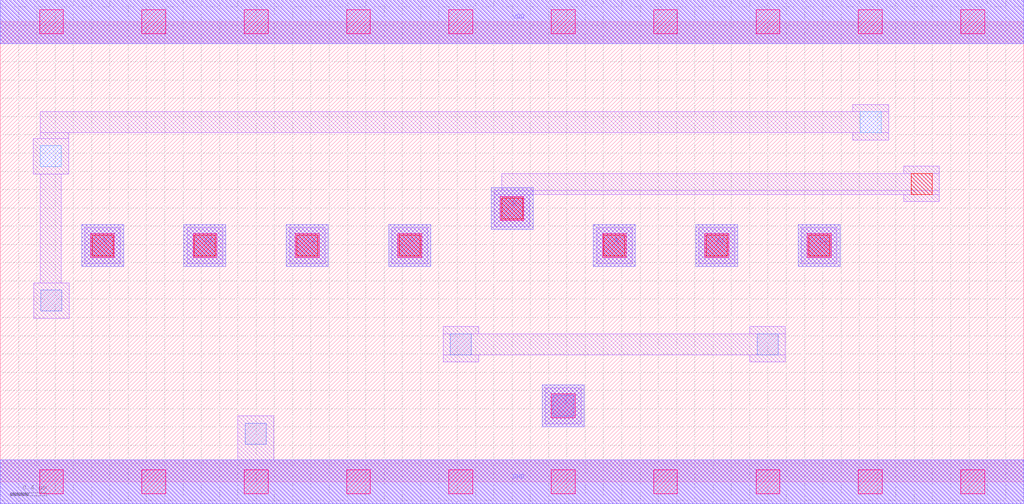
<source format=lef>
MACRO AAOAAOI2222
 CLASS CORE ;
 FOREIGN AAOAAOI2222 0 0 ;
 SIZE 11.200000000000001 BY 5.04 ;
 ORIGIN 0 0 ;
 SYMMETRY X Y R90 ;
 SITE unit ;
  PIN VDD
   DIRECTION INOUT ;
   USE POWER ;
   SHAPE ABUTMENT ;
    PORT
     CLASS CORE ;
       LAYER met1 ;
        RECT 0.00000000 4.80000000 11.20000000 5.28000000 ;
       LAYER met2 ;
        RECT 0.00000000 4.80000000 11.20000000 5.28000000 ;
    END
  END VDD

  PIN GND
   DIRECTION INOUT ;
   USE POWER ;
   SHAPE ABUTMENT ;
    PORT
     CLASS CORE ;
       LAYER met1 ;
        RECT 0.00000000 -0.24000000 11.20000000 0.24000000 ;
       LAYER met2 ;
        RECT 0.00000000 -0.24000000 11.20000000 0.24000000 ;
    END
  END GND

  PIN Y
   DIRECTION INOUT ;
   USE SIGNAL ;
   SHAPE ABUTMENT ;
    PORT
     CLASS CORE ;
       LAYER met2 ;
        RECT 5.93000000 0.60200000 6.39000000 1.06200000 ;
    END
  END Y

  PIN D
   DIRECTION INOUT ;
   USE SIGNAL ;
   SHAPE ABUTMENT ;
    PORT
     CLASS CORE ;
       LAYER met2 ;
        RECT 0.89000000 2.35700000 1.35000000 2.81700000 ;
    END
  END D

  PIN C
   DIRECTION INOUT ;
   USE SIGNAL ;
   SHAPE ABUTMENT ;
    PORT
     CLASS CORE ;
       LAYER met2 ;
        RECT 4.25000000 2.35700000 4.71000000 2.81700000 ;
    END
  END C

  PIN B1
   DIRECTION INOUT ;
   USE SIGNAL ;
   SHAPE ABUTMENT ;
    PORT
     CLASS CORE ;
       LAYER met2 ;
        RECT 8.73000000 2.35700000 9.19000000 2.81700000 ;
    END
  END B1

  PIN D1
   DIRECTION INOUT ;
   USE SIGNAL ;
   SHAPE ABUTMENT ;
    PORT
     CLASS CORE ;
       LAYER met2 ;
        RECT 2.01000000 2.35700000 2.47000000 2.81700000 ;
    END
  END D1

  PIN C1
   DIRECTION INOUT ;
   USE SIGNAL ;
   SHAPE ABUTMENT ;
    PORT
     CLASS CORE ;
       LAYER met2 ;
        RECT 3.13000000 2.35700000 3.59000000 2.81700000 ;
    END
  END C1

  PIN A1
   DIRECTION INOUT ;
   USE SIGNAL ;
   SHAPE ABUTMENT ;
    PORT
     CLASS CORE ;
       LAYER met2 ;
        RECT 7.61000000 2.35700000 8.07000000 2.81700000 ;
    END
  END A1

  PIN B
   DIRECTION INOUT ;
   USE SIGNAL ;
   SHAPE ABUTMENT ;
    PORT
     CLASS CORE ;
       LAYER met2 ;
        RECT 5.37000000 2.76200000 5.83000000 3.22200000 ;
    END
  END B

  PIN A
   DIRECTION INOUT ;
   USE SIGNAL ;
   SHAPE ABUTMENT ;
    PORT
     CLASS CORE ;
       LAYER met2 ;
        RECT 6.49000000 2.35700000 6.95000000 2.81700000 ;
    END
  END A

 OBS
    LAYER polycont ;
     RECT 1.00500000 2.47200000 1.23500000 2.70200000 ;
     RECT 2.12500000 2.47200000 2.35500000 2.70200000 ;
     RECT 3.24500000 2.47200000 3.47500000 2.70200000 ;
     RECT 4.36500000 2.47200000 4.59500000 2.70200000 ;
     RECT 6.60500000 2.47200000 6.83500000 2.70200000 ;
     RECT 7.72500000 2.47200000 7.95500000 2.70200000 ;
     RECT 8.84500000 2.47200000 9.07500000 2.70200000 ;
     RECT 5.48500000 2.87700000 5.71500000 3.10700000 ;
     RECT 9.96500000 3.14700000 10.19500000 3.37700000 ;

    LAYER pdiffc ;
     RECT 0.44000000 3.45000000 0.67000000 3.68000000 ;
     RECT 9.41000000 3.82200000 9.64000000 4.05200000 ;

    LAYER ndiffc ;
     RECT 2.68000000 0.41000000 2.91000000 0.64000000 ;
     RECT 6.04500000 0.71700000 6.27500000 0.94700000 ;
     RECT 4.92500000 1.39200000 5.15500000 1.62200000 ;
     RECT 8.28000000 1.39200000 8.51000000 1.62200000 ;
     RECT 0.44500000 1.87000000 0.67500000 2.10000000 ;

    LAYER met1 ;
     RECT 0.00000000 -0.24000000 11.20000000 0.24000000 ;
     RECT 2.60000000 0.24000000 2.99000000 0.72000000 ;
     RECT 5.96500000 0.63700000 6.35500000 1.02700000 ;
     RECT 4.84500000 1.31200000 5.23500000 1.39200000 ;
     RECT 8.20000000 1.31200000 8.59000000 1.39200000 ;
     RECT 4.84500000 1.39200000 8.59000000 1.62200000 ;
     RECT 4.84500000 1.62200000 5.23500000 1.70200000 ;
     RECT 8.20000000 1.62200000 8.59000000 1.70200000 ;
     RECT 0.92500000 2.39200000 1.31500000 2.78200000 ;
     RECT 2.04500000 2.39200000 2.43500000 2.78200000 ;
     RECT 3.16500000 2.39200000 3.55500000 2.78200000 ;
     RECT 4.28500000 2.39200000 4.67500000 2.78200000 ;
     RECT 6.52500000 2.39200000 6.91500000 2.78200000 ;
     RECT 7.64500000 2.39200000 8.03500000 2.78200000 ;
     RECT 8.76500000 2.39200000 9.15500000 2.78200000 ;
     RECT 5.40500000 2.79700000 5.79500000 3.14700000 ;
     RECT 9.88500000 3.06700000 10.27500000 3.14700000 ;
     RECT 5.40500000 3.14700000 10.27500000 3.18700000 ;
     RECT 5.48500000 3.18700000 10.27500000 3.37700000 ;
     RECT 9.88500000 3.37700000 10.27500000 3.45700000 ;
     RECT 0.36500000 1.79000000 0.75500000 2.18000000 ;
     RECT 0.44000000 2.18000000 0.67000000 3.37000000 ;
     RECT 0.36000000 3.37000000 0.75000000 3.76000000 ;
     RECT 0.44000000 3.76000000 0.75000000 3.82200000 ;
     RECT 9.33000000 3.74200000 9.72000000 3.82200000 ;
     RECT 0.44000000 3.82200000 9.72000000 4.05200000 ;
     RECT 9.33000000 4.05200000 9.72000000 4.13200000 ;
     RECT 0.00000000 4.80000000 11.20000000 5.28000000 ;

    LAYER via1 ;
     RECT 0.43000000 -0.13000000 0.69000000 0.13000000 ;
     RECT 1.55000000 -0.13000000 1.81000000 0.13000000 ;
     RECT 2.67000000 -0.13000000 2.93000000 0.13000000 ;
     RECT 3.79000000 -0.13000000 4.05000000 0.13000000 ;
     RECT 4.91000000 -0.13000000 5.17000000 0.13000000 ;
     RECT 6.03000000 -0.13000000 6.29000000 0.13000000 ;
     RECT 7.15000000 -0.13000000 7.41000000 0.13000000 ;
     RECT 8.27000000 -0.13000000 8.53000000 0.13000000 ;
     RECT 9.39000000 -0.13000000 9.65000000 0.13000000 ;
     RECT 10.51000000 -0.13000000 10.77000000 0.13000000 ;
     RECT 6.03000000 0.70200000 6.29000000 0.96200000 ;
     RECT 0.99000000 2.45700000 1.25000000 2.71700000 ;
     RECT 2.11000000 2.45700000 2.37000000 2.71700000 ;
     RECT 3.23000000 2.45700000 3.49000000 2.71700000 ;
     RECT 4.35000000 2.45700000 4.61000000 2.71700000 ;
     RECT 6.59000000 2.45700000 6.85000000 2.71700000 ;
     RECT 7.71000000 2.45700000 7.97000000 2.71700000 ;
     RECT 8.83000000 2.45700000 9.09000000 2.71700000 ;
     RECT 5.47000000 2.86200000 5.73000000 3.12200000 ;
     RECT 0.43000000 4.91000000 0.69000000 5.17000000 ;
     RECT 1.55000000 4.91000000 1.81000000 5.17000000 ;
     RECT 2.67000000 4.91000000 2.93000000 5.17000000 ;
     RECT 3.79000000 4.91000000 4.05000000 5.17000000 ;
     RECT 4.91000000 4.91000000 5.17000000 5.17000000 ;
     RECT 6.03000000 4.91000000 6.29000000 5.17000000 ;
     RECT 7.15000000 4.91000000 7.41000000 5.17000000 ;
     RECT 8.27000000 4.91000000 8.53000000 5.17000000 ;
     RECT 9.39000000 4.91000000 9.65000000 5.17000000 ;
     RECT 10.51000000 4.91000000 10.77000000 5.17000000 ;

    LAYER met2 ;
     RECT 0.00000000 -0.24000000 11.20000000 0.24000000 ;
     RECT 5.93000000 0.60200000 6.39000000 1.06200000 ;
     RECT 0.89000000 2.35700000 1.35000000 2.81700000 ;
     RECT 2.01000000 2.35700000 2.47000000 2.81700000 ;
     RECT 3.13000000 2.35700000 3.59000000 2.81700000 ;
     RECT 4.25000000 2.35700000 4.71000000 2.81700000 ;
     RECT 6.49000000 2.35700000 6.95000000 2.81700000 ;
     RECT 7.61000000 2.35700000 8.07000000 2.81700000 ;
     RECT 8.73000000 2.35700000 9.19000000 2.81700000 ;
     RECT 5.37000000 2.76200000 5.83000000 3.22200000 ;
     RECT 0.00000000 4.80000000 11.20000000 5.28000000 ;

 END
END AAOAAOI2222

</source>
